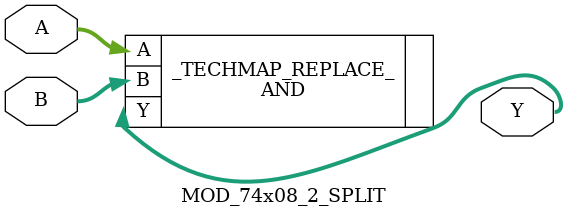
<source format=v>
module MOD_74x08_2 (A, B, Y);

parameter A_SIGNED = 0;
parameter B_SIGNED = 0;
parameter A_WIDTH = 0;
parameter B_WIDTH = 0;
parameter Y_WIDTH = 0;

input [1:0] A;
input [1:0] B;
output [1:0] Y;

AND _TECHMAP_REPLACE_(.A(A), .B(B), .Y(Y));

endmodule

module MOD_74x08_2_SPLIT (A, B, Y);

parameter A_SIGNED = 0;
parameter B_SIGNED = 0;
parameter A_WIDTH = 0;
parameter B_WIDTH = 0;
parameter Y_WIDTH = 0;

input [1:0] A;
input [1:0] B;
output [1:0] Y;


AND _TECHMAP_REPLACE_(.A(A), .B(B), .Y(Y));

endmodule
</source>
